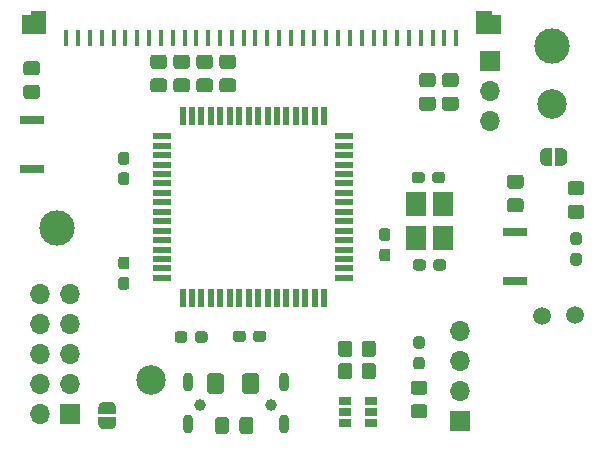
<source format=gbr>
%TF.GenerationSoftware,KiCad,Pcbnew,(5.1.10-1-10_14)*%
%TF.CreationDate,2021-07-23T11:32:30+02:00*%
%TF.ProjectId,WiredSEK,57697265-6453-4454-9b2e-6b696361645f,rev?*%
%TF.SameCoordinates,Original*%
%TF.FileFunction,Soldermask,Top*%
%TF.FilePolarity,Negative*%
%FSLAX46Y46*%
G04 Gerber Fmt 4.6, Leading zero omitted, Abs format (unit mm)*
G04 Created by KiCad (PCBNEW (5.1.10-1-10_14)) date 2021-07-23 11:32:30*
%MOMM*%
%LPD*%
G01*
G04 APERTURE LIST*
%ADD10R,2.000000X0.800000*%
%ADD11O,0.900000X1.600000*%
%ADD12C,1.000000*%
%ADD13R,1.500000X0.550000*%
%ADD14R,0.550000X1.500000*%
%ADD15R,0.300000X1.400000*%
%ADD16C,0.100000*%
%ADD17O,1.700000X1.700000*%
%ADD18R,1.700000X1.700000*%
%ADD19R,1.800000X2.100000*%
%ADD20R,1.060000X0.650000*%
%ADD21C,1.500000*%
%ADD22C,3.000000*%
%ADD23C,2.500000*%
G04 APERTURE END LIST*
D10*
%TO.C,SW2*%
X111100000Y-64850000D03*
X111100000Y-60650000D03*
%TD*%
%TO.C,SW1*%
X70200000Y-55350000D03*
X70200000Y-51150000D03*
%TD*%
D11*
%TO.C,J2*%
X91550000Y-73400000D03*
X83350000Y-73400000D03*
X83350000Y-76950000D03*
X91550000Y-76950000D03*
D12*
X84450000Y-75350000D03*
X90450000Y-75350000D03*
%TD*%
%TO.C,C5*%
G36*
G01*
X88925000Y-69737500D02*
X88925000Y-69262500D01*
G75*
G02*
X89162500Y-69025000I237500J0D01*
G01*
X89762500Y-69025000D01*
G75*
G02*
X90000000Y-69262500I0J-237500D01*
G01*
X90000000Y-69737500D01*
G75*
G02*
X89762500Y-69975000I-237500J0D01*
G01*
X89162500Y-69975000D01*
G75*
G02*
X88925000Y-69737500I0J237500D01*
G01*
G37*
G36*
G01*
X87200000Y-69737500D02*
X87200000Y-69262500D01*
G75*
G02*
X87437500Y-69025000I237500J0D01*
G01*
X88037500Y-69025000D01*
G75*
G02*
X88275000Y-69262500I0J-237500D01*
G01*
X88275000Y-69737500D01*
G75*
G02*
X88037500Y-69975000I-237500J0D01*
G01*
X87437500Y-69975000D01*
G75*
G02*
X87200000Y-69737500I0J237500D01*
G01*
G37*
%TD*%
%TO.C,D1*%
G36*
G01*
X103187500Y-70550000D02*
X102712500Y-70550000D01*
G75*
G02*
X102475000Y-70312500I0J237500D01*
G01*
X102475000Y-69737500D01*
G75*
G02*
X102712500Y-69500000I237500J0D01*
G01*
X103187500Y-69500000D01*
G75*
G02*
X103425000Y-69737500I0J-237500D01*
G01*
X103425000Y-70312500D01*
G75*
G02*
X103187500Y-70550000I-237500J0D01*
G01*
G37*
G36*
G01*
X103187500Y-72300000D02*
X102712500Y-72300000D01*
G75*
G02*
X102475000Y-72062500I0J237500D01*
G01*
X102475000Y-71487500D01*
G75*
G02*
X102712500Y-71250000I237500J0D01*
G01*
X103187500Y-71250000D01*
G75*
G02*
X103425000Y-71487500I0J-237500D01*
G01*
X103425000Y-72062500D01*
G75*
G02*
X103187500Y-72300000I-237500J0D01*
G01*
G37*
%TD*%
D13*
%TO.C,U2*%
X81230000Y-64550000D03*
X81230000Y-63750000D03*
X81230000Y-62950000D03*
X81230000Y-62150000D03*
X81230000Y-61350000D03*
X81230000Y-60550000D03*
X81230000Y-59750000D03*
X81230000Y-58950000D03*
X81230000Y-58150000D03*
X81230000Y-57350000D03*
X81230000Y-56550000D03*
X81230000Y-55750000D03*
X81230000Y-54950000D03*
X81230000Y-54150000D03*
X81230000Y-53350000D03*
X81230000Y-52550000D03*
D14*
X82930000Y-50850000D03*
X83730000Y-50850000D03*
X84530000Y-50850000D03*
X85330000Y-50850000D03*
X86130000Y-50850000D03*
X86930000Y-50850000D03*
X87730000Y-50850000D03*
X88530000Y-50850000D03*
X89330000Y-50850000D03*
X90130000Y-50850000D03*
X90930000Y-50850000D03*
X91730000Y-50850000D03*
X92530000Y-50850000D03*
X93330000Y-50850000D03*
X94130000Y-50850000D03*
X94930000Y-50850000D03*
D13*
X96630000Y-52550000D03*
X96630000Y-53350000D03*
X96630000Y-54150000D03*
X96630000Y-54950000D03*
X96630000Y-55750000D03*
X96630000Y-56550000D03*
X96630000Y-57350000D03*
X96630000Y-58150000D03*
X96630000Y-58950000D03*
X96630000Y-59750000D03*
X96630000Y-60550000D03*
X96630000Y-61350000D03*
X96630000Y-62150000D03*
X96630000Y-62950000D03*
X96630000Y-63750000D03*
X96630000Y-64550000D03*
D14*
X94930000Y-66250000D03*
X94130000Y-66250000D03*
X93330000Y-66250000D03*
X92530000Y-66250000D03*
X91730000Y-66250000D03*
X90930000Y-66250000D03*
X90130000Y-66250000D03*
X89330000Y-66250000D03*
X88530000Y-66250000D03*
X87730000Y-66250000D03*
X86930000Y-66250000D03*
X86130000Y-66250000D03*
X85330000Y-66250000D03*
X84530000Y-66250000D03*
X83730000Y-66250000D03*
X82930000Y-66250000D03*
%TD*%
%TO.C,R7*%
G36*
G01*
X84349999Y-47650000D02*
X85250001Y-47650000D01*
G75*
G02*
X85500000Y-47899999I0J-249999D01*
G01*
X85500000Y-48600001D01*
G75*
G02*
X85250001Y-48850000I-249999J0D01*
G01*
X84349999Y-48850000D01*
G75*
G02*
X84100000Y-48600001I0J249999D01*
G01*
X84100000Y-47899999D01*
G75*
G02*
X84349999Y-47650000I249999J0D01*
G01*
G37*
G36*
G01*
X84349999Y-45650000D02*
X85250001Y-45650000D01*
G75*
G02*
X85500000Y-45899999I0J-249999D01*
G01*
X85500000Y-46600001D01*
G75*
G02*
X85250001Y-46850000I-249999J0D01*
G01*
X84349999Y-46850000D01*
G75*
G02*
X84100000Y-46600001I0J249999D01*
G01*
X84100000Y-45899999D01*
G75*
G02*
X84349999Y-45650000I249999J0D01*
G01*
G37*
%TD*%
%TO.C,R11*%
G36*
G01*
X80449999Y-47650000D02*
X81350001Y-47650000D01*
G75*
G02*
X81600000Y-47899999I0J-249999D01*
G01*
X81600000Y-48600001D01*
G75*
G02*
X81350001Y-48850000I-249999J0D01*
G01*
X80449999Y-48850000D01*
G75*
G02*
X80200000Y-48600001I0J249999D01*
G01*
X80200000Y-47899999D01*
G75*
G02*
X80449999Y-47650000I249999J0D01*
G01*
G37*
G36*
G01*
X80449999Y-45650000D02*
X81350001Y-45650000D01*
G75*
G02*
X81600000Y-45899999I0J-249999D01*
G01*
X81600000Y-46600001D01*
G75*
G02*
X81350001Y-46850000I-249999J0D01*
G01*
X80449999Y-46850000D01*
G75*
G02*
X80200000Y-46600001I0J249999D01*
G01*
X80200000Y-45899999D01*
G75*
G02*
X80449999Y-45650000I249999J0D01*
G01*
G37*
%TD*%
D15*
%TO.C,J1*%
X106100000Y-44210000D03*
X105100000Y-44210000D03*
X104100000Y-44210000D03*
X103100000Y-44210000D03*
X102100000Y-44210000D03*
X101100000Y-44210000D03*
X100100000Y-44210000D03*
X99100000Y-44210000D03*
X98100000Y-44210000D03*
X97100000Y-44210000D03*
X96100000Y-44210000D03*
X95100000Y-44210000D03*
X94100000Y-44210000D03*
X93100000Y-44210000D03*
X92100000Y-44210000D03*
X91100000Y-44210000D03*
X90100000Y-44210000D03*
X89100000Y-44210000D03*
X88100000Y-44210000D03*
X87100000Y-44210000D03*
X86100000Y-44210000D03*
X85100000Y-44210000D03*
X84100000Y-44210000D03*
X83100000Y-44210000D03*
X82100000Y-44210000D03*
X81100000Y-44210000D03*
X80100000Y-44210000D03*
X79100000Y-44210000D03*
X78100000Y-44210000D03*
X77100000Y-44210000D03*
X76100000Y-44210000D03*
X75100000Y-44210000D03*
X74100000Y-44210000D03*
D16*
G36*
X71400000Y-43910000D02*
G01*
X69300000Y-43910000D01*
X69300000Y-42310000D01*
X70100000Y-42310000D01*
X70100000Y-41960000D01*
X71400000Y-41960000D01*
X71400000Y-43910000D01*
G37*
G36*
X109100000Y-42310000D02*
G01*
X109900000Y-42310000D01*
X109900000Y-43910000D01*
X107800000Y-43910000D01*
X107800000Y-41960000D01*
X109100000Y-41960000D01*
X109100000Y-42310000D01*
G37*
D15*
X73100000Y-44210000D03*
%TD*%
D17*
%TO.C,J4*%
X108950000Y-51280000D03*
X108950000Y-48740000D03*
D18*
X108950000Y-46200000D03*
%TD*%
%TO.C,R12*%
G36*
G01*
X105149999Y-49200000D02*
X106050001Y-49200000D01*
G75*
G02*
X106300000Y-49449999I0J-249999D01*
G01*
X106300000Y-50150001D01*
G75*
G02*
X106050001Y-50400000I-249999J0D01*
G01*
X105149999Y-50400000D01*
G75*
G02*
X104900000Y-50150001I0J249999D01*
G01*
X104900000Y-49449999D01*
G75*
G02*
X105149999Y-49200000I249999J0D01*
G01*
G37*
G36*
G01*
X105149999Y-47200000D02*
X106050001Y-47200000D01*
G75*
G02*
X106300000Y-47449999I0J-249999D01*
G01*
X106300000Y-48150001D01*
G75*
G02*
X106050001Y-48400000I-249999J0D01*
G01*
X105149999Y-48400000D01*
G75*
G02*
X104900000Y-48150001I0J249999D01*
G01*
X104900000Y-47449999D01*
G75*
G02*
X105149999Y-47200000I249999J0D01*
G01*
G37*
%TD*%
%TO.C,R10*%
G36*
G01*
X103199999Y-49200000D02*
X104100001Y-49200000D01*
G75*
G02*
X104350000Y-49449999I0J-249999D01*
G01*
X104350000Y-50150001D01*
G75*
G02*
X104100001Y-50400000I-249999J0D01*
G01*
X103199999Y-50400000D01*
G75*
G02*
X102950000Y-50150001I0J249999D01*
G01*
X102950000Y-49449999D01*
G75*
G02*
X103199999Y-49200000I249999J0D01*
G01*
G37*
G36*
G01*
X103199999Y-47200000D02*
X104100001Y-47200000D01*
G75*
G02*
X104350000Y-47449999I0J-249999D01*
G01*
X104350000Y-48150001D01*
G75*
G02*
X104100001Y-48400000I-249999J0D01*
G01*
X103199999Y-48400000D01*
G75*
G02*
X102950000Y-48150001I0J249999D01*
G01*
X102950000Y-47449999D01*
G75*
G02*
X103199999Y-47200000I249999J0D01*
G01*
G37*
%TD*%
%TO.C,R9*%
G36*
G01*
X82399999Y-47650000D02*
X83300001Y-47650000D01*
G75*
G02*
X83550000Y-47899999I0J-249999D01*
G01*
X83550000Y-48600001D01*
G75*
G02*
X83300001Y-48850000I-249999J0D01*
G01*
X82399999Y-48850000D01*
G75*
G02*
X82150000Y-48600001I0J249999D01*
G01*
X82150000Y-47899999D01*
G75*
G02*
X82399999Y-47650000I249999J0D01*
G01*
G37*
G36*
G01*
X82399999Y-45650000D02*
X83300001Y-45650000D01*
G75*
G02*
X83550000Y-45899999I0J-249999D01*
G01*
X83550000Y-46600001D01*
G75*
G02*
X83300001Y-46850000I-249999J0D01*
G01*
X82399999Y-46850000D01*
G75*
G02*
X82150000Y-46600001I0J249999D01*
G01*
X82150000Y-45899999D01*
G75*
G02*
X82399999Y-45650000I249999J0D01*
G01*
G37*
%TD*%
%TO.C,R8*%
G36*
G01*
X86299999Y-47650000D02*
X87200001Y-47650000D01*
G75*
G02*
X87450000Y-47899999I0J-249999D01*
G01*
X87450000Y-48600001D01*
G75*
G02*
X87200001Y-48850000I-249999J0D01*
G01*
X86299999Y-48850000D01*
G75*
G02*
X86050000Y-48600001I0J249999D01*
G01*
X86050000Y-47899999D01*
G75*
G02*
X86299999Y-47650000I249999J0D01*
G01*
G37*
G36*
G01*
X86299999Y-45650000D02*
X87200001Y-45650000D01*
G75*
G02*
X87450000Y-45899999I0J-249999D01*
G01*
X87450000Y-46600001D01*
G75*
G02*
X87200001Y-46850000I-249999J0D01*
G01*
X86299999Y-46850000D01*
G75*
G02*
X86050000Y-46600001I0J249999D01*
G01*
X86050000Y-45899999D01*
G75*
G02*
X86299999Y-45650000I249999J0D01*
G01*
G37*
%TD*%
D16*
%TO.C,JP2*%
G36*
X113700000Y-55049398D02*
G01*
X113675466Y-55049398D01*
X113626635Y-55044588D01*
X113578510Y-55035016D01*
X113531555Y-55020772D01*
X113486222Y-55001995D01*
X113442949Y-54978864D01*
X113402150Y-54951604D01*
X113364221Y-54920476D01*
X113329524Y-54885779D01*
X113298396Y-54847850D01*
X113271136Y-54807051D01*
X113248005Y-54763778D01*
X113229228Y-54718445D01*
X113214984Y-54671490D01*
X113205412Y-54623365D01*
X113200602Y-54574534D01*
X113200602Y-54550000D01*
X113200000Y-54550000D01*
X113200000Y-54050000D01*
X113200602Y-54050000D01*
X113200602Y-54025466D01*
X113205412Y-53976635D01*
X113214984Y-53928510D01*
X113229228Y-53881555D01*
X113248005Y-53836222D01*
X113271136Y-53792949D01*
X113298396Y-53752150D01*
X113329524Y-53714221D01*
X113364221Y-53679524D01*
X113402150Y-53648396D01*
X113442949Y-53621136D01*
X113486222Y-53598005D01*
X113531555Y-53579228D01*
X113578510Y-53564984D01*
X113626635Y-53555412D01*
X113675466Y-53550602D01*
X113700000Y-53550602D01*
X113700000Y-53550000D01*
X114200000Y-53550000D01*
X114200000Y-55050000D01*
X113700000Y-55050000D01*
X113700000Y-55049398D01*
G37*
G36*
X114500000Y-53550000D02*
G01*
X115000000Y-53550000D01*
X115000000Y-53550602D01*
X115024534Y-53550602D01*
X115073365Y-53555412D01*
X115121490Y-53564984D01*
X115168445Y-53579228D01*
X115213778Y-53598005D01*
X115257051Y-53621136D01*
X115297850Y-53648396D01*
X115335779Y-53679524D01*
X115370476Y-53714221D01*
X115401604Y-53752150D01*
X115428864Y-53792949D01*
X115451995Y-53836222D01*
X115470772Y-53881555D01*
X115485016Y-53928510D01*
X115494588Y-53976635D01*
X115499398Y-54025466D01*
X115499398Y-54050000D01*
X115500000Y-54050000D01*
X115500000Y-54550000D01*
X115499398Y-54550000D01*
X115499398Y-54574534D01*
X115494588Y-54623365D01*
X115485016Y-54671490D01*
X115470772Y-54718445D01*
X115451995Y-54763778D01*
X115428864Y-54807051D01*
X115401604Y-54847850D01*
X115370476Y-54885779D01*
X115335779Y-54920476D01*
X115297850Y-54951604D01*
X115257051Y-54978864D01*
X115213778Y-55001995D01*
X115168445Y-55020772D01*
X115121490Y-55035016D01*
X115073365Y-55044588D01*
X115024534Y-55049398D01*
X115000000Y-55049398D01*
X115000000Y-55050000D01*
X114500000Y-55050000D01*
X114500000Y-53550000D01*
G37*
%TD*%
%TO.C,D2*%
G36*
G01*
X116012500Y-62450000D02*
X116487500Y-62450000D01*
G75*
G02*
X116725000Y-62687500I0J-237500D01*
G01*
X116725000Y-63262500D01*
G75*
G02*
X116487500Y-63500000I-237500J0D01*
G01*
X116012500Y-63500000D01*
G75*
G02*
X115775000Y-63262500I0J237500D01*
G01*
X115775000Y-62687500D01*
G75*
G02*
X116012500Y-62450000I237500J0D01*
G01*
G37*
G36*
G01*
X116012500Y-60700000D02*
X116487500Y-60700000D01*
G75*
G02*
X116725000Y-60937500I0J-237500D01*
G01*
X116725000Y-61512500D01*
G75*
G02*
X116487500Y-61750000I-237500J0D01*
G01*
X116012500Y-61750000D01*
G75*
G02*
X115775000Y-61512500I0J237500D01*
G01*
X115775000Y-60937500D01*
G75*
G02*
X116012500Y-60700000I237500J0D01*
G01*
G37*
%TD*%
D19*
%TO.C,Y1*%
X104970000Y-58300000D03*
X104970000Y-61200000D03*
X102670000Y-61200000D03*
X102670000Y-58300000D03*
%TD*%
D20*
%TO.C,U1*%
X96650000Y-75900000D03*
X96650000Y-76850000D03*
X96650000Y-74950000D03*
X98850000Y-74950000D03*
X98850000Y-75900000D03*
X98850000Y-76850000D03*
%TD*%
D21*
%TO.C,TP16*%
X116150000Y-67700000D03*
%TD*%
%TO.C,TP6*%
X113400000Y-67800000D03*
%TD*%
%TO.C,R6*%
G36*
G01*
X98100000Y-72900001D02*
X98100000Y-71999999D01*
G75*
G02*
X98349999Y-71750000I249999J0D01*
G01*
X99050001Y-71750000D01*
G75*
G02*
X99300000Y-71999999I0J-249999D01*
G01*
X99300000Y-72900001D01*
G75*
G02*
X99050001Y-73150000I-249999J0D01*
G01*
X98349999Y-73150000D01*
G75*
G02*
X98100000Y-72900001I0J249999D01*
G01*
G37*
G36*
G01*
X96100000Y-72900001D02*
X96100000Y-71999999D01*
G75*
G02*
X96349999Y-71750000I249999J0D01*
G01*
X97050001Y-71750000D01*
G75*
G02*
X97300000Y-71999999I0J-249999D01*
G01*
X97300000Y-72900001D01*
G75*
G02*
X97050001Y-73150000I-249999J0D01*
G01*
X96349999Y-73150000D01*
G75*
G02*
X96100000Y-72900001I0J249999D01*
G01*
G37*
%TD*%
%TO.C,R5*%
G36*
G01*
X98100000Y-71000001D02*
X98100000Y-70099999D01*
G75*
G02*
X98349999Y-69850000I249999J0D01*
G01*
X99050001Y-69850000D01*
G75*
G02*
X99300000Y-70099999I0J-249999D01*
G01*
X99300000Y-71000001D01*
G75*
G02*
X99050001Y-71250000I-249999J0D01*
G01*
X98349999Y-71250000D01*
G75*
G02*
X98100000Y-71000001I0J249999D01*
G01*
G37*
G36*
G01*
X96100000Y-71000001D02*
X96100000Y-70099999D01*
G75*
G02*
X96349999Y-69850000I249999J0D01*
G01*
X97050001Y-69850000D01*
G75*
G02*
X97300000Y-70099999I0J-249999D01*
G01*
X97300000Y-71000001D01*
G75*
G02*
X97050001Y-71250000I-249999J0D01*
G01*
X96349999Y-71250000D01*
G75*
G02*
X96100000Y-71000001I0J249999D01*
G01*
G37*
%TD*%
%TO.C,R4*%
G36*
G01*
X116700001Y-57550000D02*
X115799999Y-57550000D01*
G75*
G02*
X115550000Y-57300001I0J249999D01*
G01*
X115550000Y-56599999D01*
G75*
G02*
X115799999Y-56350000I249999J0D01*
G01*
X116700001Y-56350000D01*
G75*
G02*
X116950000Y-56599999I0J-249999D01*
G01*
X116950000Y-57300001D01*
G75*
G02*
X116700001Y-57550000I-249999J0D01*
G01*
G37*
G36*
G01*
X116700001Y-59550000D02*
X115799999Y-59550000D01*
G75*
G02*
X115550000Y-59300001I0J249999D01*
G01*
X115550000Y-58599999D01*
G75*
G02*
X115799999Y-58350000I249999J0D01*
G01*
X116700001Y-58350000D01*
G75*
G02*
X116950000Y-58599999I0J-249999D01*
G01*
X116950000Y-59300001D01*
G75*
G02*
X116700001Y-59550000I-249999J0D01*
G01*
G37*
%TD*%
%TO.C,R3*%
G36*
G01*
X102499999Y-75250000D02*
X103400001Y-75250000D01*
G75*
G02*
X103650000Y-75499999I0J-249999D01*
G01*
X103650000Y-76200001D01*
G75*
G02*
X103400001Y-76450000I-249999J0D01*
G01*
X102499999Y-76450000D01*
G75*
G02*
X102250000Y-76200001I0J249999D01*
G01*
X102250000Y-75499999D01*
G75*
G02*
X102499999Y-75250000I249999J0D01*
G01*
G37*
G36*
G01*
X102499999Y-73250000D02*
X103400001Y-73250000D01*
G75*
G02*
X103650000Y-73499999I0J-249999D01*
G01*
X103650000Y-74200001D01*
G75*
G02*
X103400001Y-74450000I-249999J0D01*
G01*
X102499999Y-74450000D01*
G75*
G02*
X102250000Y-74200001I0J249999D01*
G01*
X102250000Y-73499999D01*
G75*
G02*
X102499999Y-73250000I249999J0D01*
G01*
G37*
%TD*%
%TO.C,R2*%
G36*
G01*
X110649999Y-57800000D02*
X111550001Y-57800000D01*
G75*
G02*
X111800000Y-58049999I0J-249999D01*
G01*
X111800000Y-58750001D01*
G75*
G02*
X111550001Y-59000000I-249999J0D01*
G01*
X110649999Y-59000000D01*
G75*
G02*
X110400000Y-58750001I0J249999D01*
G01*
X110400000Y-58049999D01*
G75*
G02*
X110649999Y-57800000I249999J0D01*
G01*
G37*
G36*
G01*
X110649999Y-55800000D02*
X111550001Y-55800000D01*
G75*
G02*
X111800000Y-56049999I0J-249999D01*
G01*
X111800000Y-56750001D01*
G75*
G02*
X111550001Y-57000000I-249999J0D01*
G01*
X110649999Y-57000000D01*
G75*
G02*
X110400000Y-56750001I0J249999D01*
G01*
X110400000Y-56049999D01*
G75*
G02*
X110649999Y-55800000I249999J0D01*
G01*
G37*
%TD*%
%TO.C,R1*%
G36*
G01*
X69699999Y-48200000D02*
X70600001Y-48200000D01*
G75*
G02*
X70850000Y-48449999I0J-249999D01*
G01*
X70850000Y-49150001D01*
G75*
G02*
X70600001Y-49400000I-249999J0D01*
G01*
X69699999Y-49400000D01*
G75*
G02*
X69450000Y-49150001I0J249999D01*
G01*
X69450000Y-48449999D01*
G75*
G02*
X69699999Y-48200000I249999J0D01*
G01*
G37*
G36*
G01*
X69699999Y-46200000D02*
X70600001Y-46200000D01*
G75*
G02*
X70850000Y-46449999I0J-249999D01*
G01*
X70850000Y-47150001D01*
G75*
G02*
X70600001Y-47400000I-249999J0D01*
G01*
X69699999Y-47400000D01*
G75*
G02*
X69450000Y-47150001I0J249999D01*
G01*
X69450000Y-46449999D01*
G75*
G02*
X69699999Y-46200000I249999J0D01*
G01*
G37*
%TD*%
D16*
%TO.C,JP1*%
G36*
X75800602Y-75550000D02*
G01*
X75800602Y-75525466D01*
X75805412Y-75476635D01*
X75814984Y-75428510D01*
X75829228Y-75381555D01*
X75848005Y-75336222D01*
X75871136Y-75292949D01*
X75898396Y-75252150D01*
X75929524Y-75214221D01*
X75964221Y-75179524D01*
X76002150Y-75148396D01*
X76042949Y-75121136D01*
X76086222Y-75098005D01*
X76131555Y-75079228D01*
X76178510Y-75064984D01*
X76226635Y-75055412D01*
X76275466Y-75050602D01*
X76300000Y-75050602D01*
X76300000Y-75050000D01*
X76800000Y-75050000D01*
X76800000Y-75050602D01*
X76824534Y-75050602D01*
X76873365Y-75055412D01*
X76921490Y-75064984D01*
X76968445Y-75079228D01*
X77013778Y-75098005D01*
X77057051Y-75121136D01*
X77097850Y-75148396D01*
X77135779Y-75179524D01*
X77170476Y-75214221D01*
X77201604Y-75252150D01*
X77228864Y-75292949D01*
X77251995Y-75336222D01*
X77270772Y-75381555D01*
X77285016Y-75428510D01*
X77294588Y-75476635D01*
X77299398Y-75525466D01*
X77299398Y-75550000D01*
X77300000Y-75550000D01*
X77300000Y-76050000D01*
X75800000Y-76050000D01*
X75800000Y-75550000D01*
X75800602Y-75550000D01*
G37*
G36*
X77300000Y-76350000D02*
G01*
X77300000Y-76850000D01*
X77299398Y-76850000D01*
X77299398Y-76874534D01*
X77294588Y-76923365D01*
X77285016Y-76971490D01*
X77270772Y-77018445D01*
X77251995Y-77063778D01*
X77228864Y-77107051D01*
X77201604Y-77147850D01*
X77170476Y-77185779D01*
X77135779Y-77220476D01*
X77097850Y-77251604D01*
X77057051Y-77278864D01*
X77013778Y-77301995D01*
X76968445Y-77320772D01*
X76921490Y-77335016D01*
X76873365Y-77344588D01*
X76824534Y-77349398D01*
X76800000Y-77349398D01*
X76800000Y-77350000D01*
X76300000Y-77350000D01*
X76300000Y-77349398D01*
X76275466Y-77349398D01*
X76226635Y-77344588D01*
X76178510Y-77335016D01*
X76131555Y-77320772D01*
X76086222Y-77301995D01*
X76042949Y-77278864D01*
X76002150Y-77251604D01*
X75964221Y-77220476D01*
X75929524Y-77185779D01*
X75898396Y-77147850D01*
X75871136Y-77107051D01*
X75848005Y-77063778D01*
X75829228Y-77018445D01*
X75814984Y-76971490D01*
X75805412Y-76923365D01*
X75800602Y-76874534D01*
X75800602Y-76850000D01*
X75800000Y-76850000D01*
X75800000Y-76350000D01*
X77300000Y-76350000D01*
G37*
%TD*%
D17*
%TO.C,J5*%
X106400000Y-69080000D03*
X106400000Y-71620000D03*
X106400000Y-74160000D03*
D18*
X106400000Y-76700000D03*
%TD*%
D17*
%TO.C,J3*%
X70860000Y-65890000D03*
X73400000Y-65890000D03*
X70860000Y-68430000D03*
X73400000Y-68430000D03*
X70860000Y-70970000D03*
X73400000Y-70970000D03*
X70860000Y-73510000D03*
X73400000Y-73510000D03*
X70860000Y-76050000D03*
D18*
X73400000Y-76050000D03*
%TD*%
%TO.C,F1*%
G36*
G01*
X87975000Y-74125000D02*
X87975000Y-72875000D01*
G75*
G02*
X88225000Y-72625000I250000J0D01*
G01*
X89150000Y-72625000D01*
G75*
G02*
X89400000Y-72875000I0J-250000D01*
G01*
X89400000Y-74125000D01*
G75*
G02*
X89150000Y-74375000I-250000J0D01*
G01*
X88225000Y-74375000D01*
G75*
G02*
X87975000Y-74125000I0J250000D01*
G01*
G37*
G36*
G01*
X85000000Y-74125000D02*
X85000000Y-72875000D01*
G75*
G02*
X85250000Y-72625000I250000J0D01*
G01*
X86175000Y-72625000D01*
G75*
G02*
X86425000Y-72875000I0J-250000D01*
G01*
X86425000Y-74125000D01*
G75*
G02*
X86175000Y-74375000I-250000J0D01*
G01*
X85250000Y-74375000D01*
G75*
G02*
X85000000Y-74125000I0J250000D01*
G01*
G37*
%TD*%
%TO.C,C9*%
G36*
G01*
X83325000Y-69312500D02*
X83325000Y-69787500D01*
G75*
G02*
X83087500Y-70025000I-237500J0D01*
G01*
X82487500Y-70025000D01*
G75*
G02*
X82250000Y-69787500I0J237500D01*
G01*
X82250000Y-69312500D01*
G75*
G02*
X82487500Y-69075000I237500J0D01*
G01*
X83087500Y-69075000D01*
G75*
G02*
X83325000Y-69312500I0J-237500D01*
G01*
G37*
G36*
G01*
X85050000Y-69312500D02*
X85050000Y-69787500D01*
G75*
G02*
X84812500Y-70025000I-237500J0D01*
G01*
X84212500Y-70025000D01*
G75*
G02*
X83975000Y-69787500I0J237500D01*
G01*
X83975000Y-69312500D01*
G75*
G02*
X84212500Y-69075000I237500J0D01*
G01*
X84812500Y-69075000D01*
G75*
G02*
X85050000Y-69312500I0J-237500D01*
G01*
G37*
%TD*%
%TO.C,C8*%
G36*
G01*
X77712500Y-53887500D02*
X78187500Y-53887500D01*
G75*
G02*
X78425000Y-54125000I0J-237500D01*
G01*
X78425000Y-54725000D01*
G75*
G02*
X78187500Y-54962500I-237500J0D01*
G01*
X77712500Y-54962500D01*
G75*
G02*
X77475000Y-54725000I0J237500D01*
G01*
X77475000Y-54125000D01*
G75*
G02*
X77712500Y-53887500I237500J0D01*
G01*
G37*
G36*
G01*
X77712500Y-55612500D02*
X78187500Y-55612500D01*
G75*
G02*
X78425000Y-55850000I0J-237500D01*
G01*
X78425000Y-56450000D01*
G75*
G02*
X78187500Y-56687500I-237500J0D01*
G01*
X77712500Y-56687500D01*
G75*
G02*
X77475000Y-56450000I0J237500D01*
G01*
X77475000Y-55850000D01*
G75*
G02*
X77712500Y-55612500I237500J0D01*
G01*
G37*
%TD*%
%TO.C,C7*%
G36*
G01*
X100287500Y-61425000D02*
X99812500Y-61425000D01*
G75*
G02*
X99575000Y-61187500I0J237500D01*
G01*
X99575000Y-60587500D01*
G75*
G02*
X99812500Y-60350000I237500J0D01*
G01*
X100287500Y-60350000D01*
G75*
G02*
X100525000Y-60587500I0J-237500D01*
G01*
X100525000Y-61187500D01*
G75*
G02*
X100287500Y-61425000I-237500J0D01*
G01*
G37*
G36*
G01*
X100287500Y-63150000D02*
X99812500Y-63150000D01*
G75*
G02*
X99575000Y-62912500I0J237500D01*
G01*
X99575000Y-62312500D01*
G75*
G02*
X99812500Y-62075000I237500J0D01*
G01*
X100287500Y-62075000D01*
G75*
G02*
X100525000Y-62312500I0J-237500D01*
G01*
X100525000Y-62912500D01*
G75*
G02*
X100287500Y-63150000I-237500J0D01*
G01*
G37*
%TD*%
%TO.C,C6*%
G36*
G01*
X78187500Y-63825000D02*
X77712500Y-63825000D01*
G75*
G02*
X77475000Y-63587500I0J237500D01*
G01*
X77475000Y-62987500D01*
G75*
G02*
X77712500Y-62750000I237500J0D01*
G01*
X78187500Y-62750000D01*
G75*
G02*
X78425000Y-62987500I0J-237500D01*
G01*
X78425000Y-63587500D01*
G75*
G02*
X78187500Y-63825000I-237500J0D01*
G01*
G37*
G36*
G01*
X78187500Y-65550000D02*
X77712500Y-65550000D01*
G75*
G02*
X77475000Y-65312500I0J237500D01*
G01*
X77475000Y-64712500D01*
G75*
G02*
X77712500Y-64475000I237500J0D01*
G01*
X78187500Y-64475000D01*
G75*
G02*
X78425000Y-64712500I0J-237500D01*
G01*
X78425000Y-65312500D01*
G75*
G02*
X78187500Y-65550000I-237500J0D01*
G01*
G37*
%TD*%
%TO.C,C4*%
G36*
G01*
X105250000Y-63212500D02*
X105250000Y-63687500D01*
G75*
G02*
X105012500Y-63925000I-237500J0D01*
G01*
X104412500Y-63925000D01*
G75*
G02*
X104175000Y-63687500I0J237500D01*
G01*
X104175000Y-63212500D01*
G75*
G02*
X104412500Y-62975000I237500J0D01*
G01*
X105012500Y-62975000D01*
G75*
G02*
X105250000Y-63212500I0J-237500D01*
G01*
G37*
G36*
G01*
X103525000Y-63212500D02*
X103525000Y-63687500D01*
G75*
G02*
X103287500Y-63925000I-237500J0D01*
G01*
X102687500Y-63925000D01*
G75*
G02*
X102450000Y-63687500I0J237500D01*
G01*
X102450000Y-63212500D01*
G75*
G02*
X102687500Y-62975000I237500J0D01*
G01*
X103287500Y-62975000D01*
G75*
G02*
X103525000Y-63212500I0J-237500D01*
G01*
G37*
%TD*%
%TO.C,C3*%
G36*
G01*
X104075000Y-56287500D02*
X104075000Y-55812500D01*
G75*
G02*
X104312500Y-55575000I237500J0D01*
G01*
X104912500Y-55575000D01*
G75*
G02*
X105150000Y-55812500I0J-237500D01*
G01*
X105150000Y-56287500D01*
G75*
G02*
X104912500Y-56525000I-237500J0D01*
G01*
X104312500Y-56525000D01*
G75*
G02*
X104075000Y-56287500I0J237500D01*
G01*
G37*
G36*
G01*
X102350000Y-56287500D02*
X102350000Y-55812500D01*
G75*
G02*
X102587500Y-55575000I237500J0D01*
G01*
X103187500Y-55575000D01*
G75*
G02*
X103425000Y-55812500I0J-237500D01*
G01*
X103425000Y-56287500D01*
G75*
G02*
X103187500Y-56525000I-237500J0D01*
G01*
X102587500Y-56525000D01*
G75*
G02*
X102350000Y-56287500I0J237500D01*
G01*
G37*
%TD*%
%TO.C,C2*%
G36*
G01*
X87750000Y-77525000D02*
X87750000Y-76575000D01*
G75*
G02*
X88000000Y-76325000I250000J0D01*
G01*
X88675000Y-76325000D01*
G75*
G02*
X88925000Y-76575000I0J-250000D01*
G01*
X88925000Y-77525000D01*
G75*
G02*
X88675000Y-77775000I-250000J0D01*
G01*
X88000000Y-77775000D01*
G75*
G02*
X87750000Y-77525000I0J250000D01*
G01*
G37*
G36*
G01*
X85675000Y-77525000D02*
X85675000Y-76575000D01*
G75*
G02*
X85925000Y-76325000I250000J0D01*
G01*
X86600000Y-76325000D01*
G75*
G02*
X86850000Y-76575000I0J-250000D01*
G01*
X86850000Y-77525000D01*
G75*
G02*
X86600000Y-77775000I-250000J0D01*
G01*
X85925000Y-77775000D01*
G75*
G02*
X85675000Y-77525000I0J250000D01*
G01*
G37*
%TD*%
D22*
%TO.C,H2*%
X72300000Y-60300000D03*
%TD*%
D23*
%TO.C,H4*%
X80300000Y-73200000D03*
%TD*%
%TO.C,H3*%
X114200000Y-49800000D03*
%TD*%
D22*
%TO.C,H1*%
X114200000Y-44900000D03*
%TD*%
M02*

</source>
